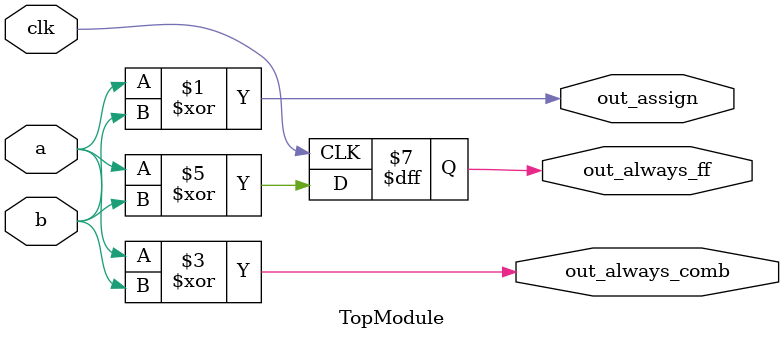
<source format=sv>
module TopModule (
    input logic clk,
    input logic a,
    input logic b,
    output logic out_assign,
    output logic out_always_comb,
    output logic out_always_ff
);

    // Combinational logic using assign statement
    assign out_assign = a ^ b;

    // Combinational logic using always block
    always @* begin
        out_always_comb = a ^ b;
    end

    // Sequential logic using always block
    always @(posedge clk) begin
        out_always_ff <= a ^ b;
    end

    // Initialize out_always_ff to 0
    initial begin
        out_always_ff = 1'b0;
    end

endmodule
</source>
